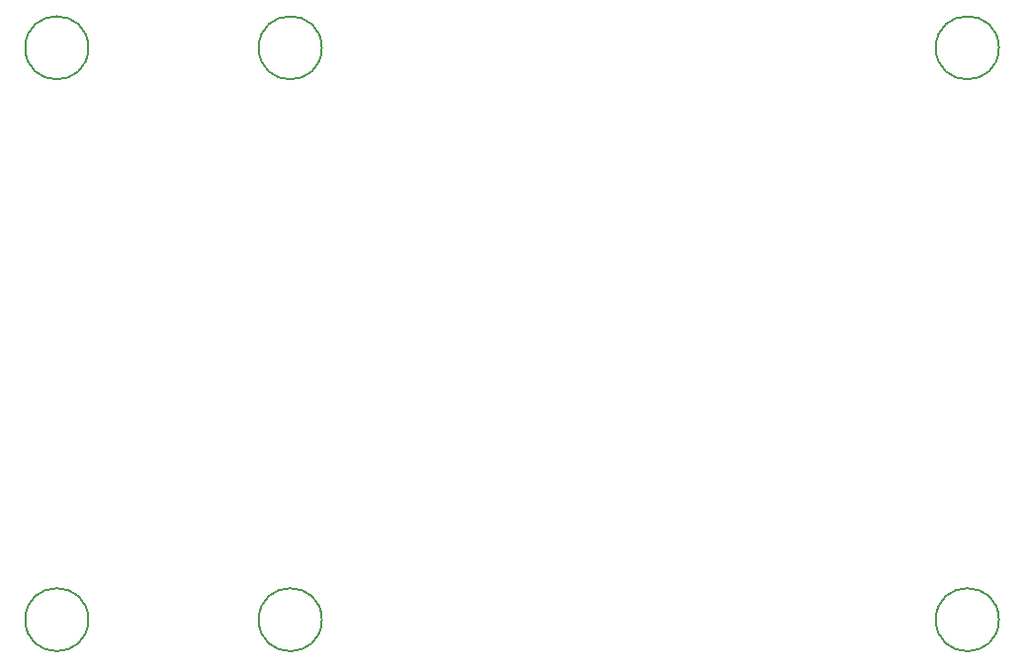
<source format=gbr>
G04 #@! TF.GenerationSoftware,KiCad,Pcbnew,9.0.0*
G04 #@! TF.CreationDate,2025-07-18T15:04:11-05:00*
G04 #@! TF.ProjectId,txfilters,74786669-6c74-4657-9273-2e6b69636164,rev?*
G04 #@! TF.SameCoordinates,Original*
G04 #@! TF.FileFunction,Other,Comment*
%FSLAX46Y46*%
G04 Gerber Fmt 4.6, Leading zero omitted, Abs format (unit mm)*
G04 Created by KiCad (PCBNEW 9.0.0) date 2025-07-18 15:04:11*
%MOMM*%
%LPD*%
G01*
G04 APERTURE LIST*
%ADD10C,0.150000*%
G04 APERTURE END LIST*
D10*
G04 #@! TO.C,H1*
X106780000Y-103630000D02*
G75*
G02*
X101380000Y-103630000I-2700000J0D01*
G01*
X101380000Y-103630000D02*
G75*
G02*
X106780000Y-103630000I2700000J0D01*
G01*
G04 #@! TO.C,H6*
X184780000Y-152630000D02*
G75*
G02*
X179380000Y-152630000I-2700000J0D01*
G01*
X179380000Y-152630000D02*
G75*
G02*
X184780000Y-152630000I2700000J0D01*
G01*
G04 #@! TO.C,H2*
X126780000Y-103630000D02*
G75*
G02*
X121380000Y-103630000I-2700000J0D01*
G01*
X121380000Y-103630000D02*
G75*
G02*
X126780000Y-103630000I2700000J0D01*
G01*
G04 #@! TO.C,H4*
X106780000Y-152630000D02*
G75*
G02*
X101380000Y-152630000I-2700000J0D01*
G01*
X101380000Y-152630000D02*
G75*
G02*
X106780000Y-152630000I2700000J0D01*
G01*
G04 #@! TO.C,H5*
X126780000Y-152630000D02*
G75*
G02*
X121380000Y-152630000I-2700000J0D01*
G01*
X121380000Y-152630000D02*
G75*
G02*
X126780000Y-152630000I2700000J0D01*
G01*
G04 #@! TO.C,H3*
X184780000Y-103630000D02*
G75*
G02*
X179380000Y-103630000I-2700000J0D01*
G01*
X179380000Y-103630000D02*
G75*
G02*
X184780000Y-103630000I2700000J0D01*
G01*
G04 #@! TD*
M02*

</source>
